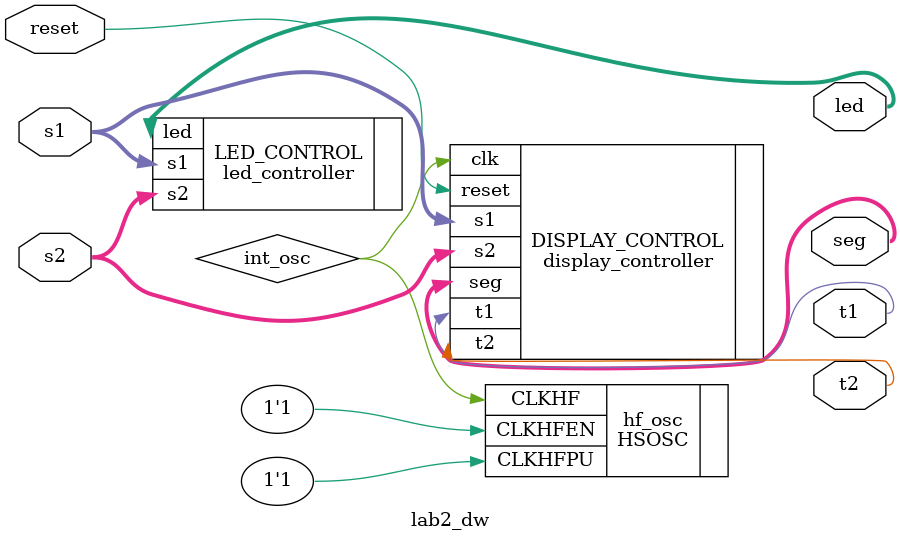
<source format=sv>
module lab2_dw(
	input  logic reset,
	input  logic [3:0] s1, s2,
	output logic       t1, t2,
	output logic [4:0] led,
	output logic [6:0] seg);
				
	logic int_osc;
	HSOSC #(.CLKHF_DIV(2'b01)) 
					hf_osc (.CLKHFPU(1'b1), .CLKHFEN(1'b1), .CLKHF(int_osc));
	display_controller DISPLAY_CONTROL(
		.clk(int_osc),
		.reset(reset),
		.s1(s1),
		.s2(s2),
		.t1(t1),
		.t2(t2),
		.seg(seg)
	);
	
	led_controller LED_CONTROL(.s1(s1), .s2(s2), .led(led));	
	
	
endmodule

</source>
